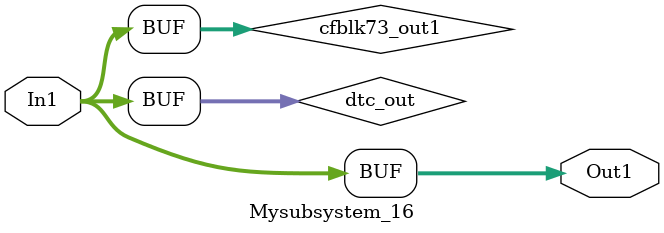
<source format=v>



`timescale 1 ns / 1 ns

module Mysubsystem_16
          (In1,
           Out1);


  input   [7:0] In1;  // uint8
  output  [7:0] Out1;  // uint8


  wire [7:0] dtc_out;  // ufix8
  wire [7:0] cfblk73_out1;  // uint8


  assign dtc_out = In1;



  assign cfblk73_out1 = dtc_out;



  assign Out1 = cfblk73_out1;

endmodule  // Mysubsystem_16


</source>
